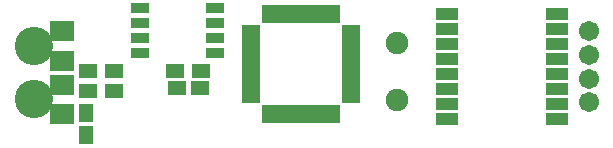
<source format=gts>
%TF.GenerationSoftware,KiCad,Pcbnew,4.0.7*%
%TF.CreationDate,2017-12-11T19:35:04+01:00*%
%TF.ProjectId,usb2rs485,7573623272733438352E6B696361645F,1*%
%TF.FileFunction,Soldermask,Top*%
%FSLAX46Y46*%
G04 Gerber Fmt 4.6, Leading zero omitted, Abs format (unit mm)*
G04 Created by KiCad (PCBNEW 4.0.7) date Mon Dec 11 19:35:04 2017*
%MOMM*%
%LPD*%
G01*
G04 APERTURE LIST*
%ADD10C,0.100000*%
%ADD11R,1.600000X1.150000*%
%ADD12R,1.150000X1.600000*%
%ADD13R,1.600000X1.300000*%
%ADD14R,1.543000X0.908000*%
%ADD15R,1.600000X1.000000*%
%ADD16R,1.000000X1.600000*%
%ADD17R,1.900000X1.000000*%
%ADD18C,3.250000*%
%ADD19R,2.100000X1.700000*%
%ADD20C,1.708000*%
%ADD21C,1.900000*%
G04 APERTURE END LIST*
D10*
D11*
X137983000Y-113030000D03*
X136083000Y-113030000D03*
D12*
X128397000Y-115128000D03*
X128397000Y-117028000D03*
D13*
X138133000Y-111633000D03*
X135933000Y-111633000D03*
X130767000Y-111633000D03*
X128567000Y-111633000D03*
X130767000Y-113284000D03*
X128567000Y-113284000D03*
D14*
X132969000Y-110109000D03*
X132969000Y-108839000D03*
X132969000Y-107569000D03*
X132969000Y-106299000D03*
X139319000Y-106299000D03*
X139319000Y-107569000D03*
X139319000Y-108839000D03*
X139319000Y-110109000D03*
D15*
X142308000Y-108198000D03*
X142308000Y-108998000D03*
X142308000Y-109798000D03*
X142308000Y-110598000D03*
X142308000Y-111398000D03*
X142308000Y-112198000D03*
X142308000Y-112998000D03*
X142308000Y-113798000D03*
D16*
X143758000Y-115248000D03*
X144558000Y-115248000D03*
X145358000Y-115248000D03*
X146158000Y-115248000D03*
X146958000Y-115248000D03*
X147758000Y-115248000D03*
X148558000Y-115248000D03*
X149358000Y-115248000D03*
D15*
X150808000Y-113798000D03*
X150808000Y-112998000D03*
X150808000Y-112198000D03*
X150808000Y-111398000D03*
X150808000Y-110598000D03*
X150808000Y-109798000D03*
X150808000Y-108998000D03*
X150808000Y-108198000D03*
D16*
X149358000Y-106748000D03*
X148558000Y-106748000D03*
X147758000Y-106748000D03*
X146958000Y-106748000D03*
X146158000Y-106748000D03*
X145358000Y-106748000D03*
X144558000Y-106748000D03*
X143758000Y-106748000D03*
D17*
X158926000Y-106807000D03*
X158926000Y-108077000D03*
X158926000Y-109347000D03*
X158926000Y-110617000D03*
X158926000Y-111887000D03*
X158926000Y-113157000D03*
X158926000Y-114427000D03*
X158926000Y-115697000D03*
X168226000Y-115697000D03*
X168226000Y-114427000D03*
X168226000Y-113157000D03*
X168226000Y-111887000D03*
X168226000Y-110617000D03*
X168226000Y-109347000D03*
X168226000Y-108077000D03*
X168226000Y-106807000D03*
D18*
X123952000Y-114010000D03*
X123952000Y-109510000D03*
D19*
X126302000Y-112760000D03*
X126302000Y-110760000D03*
X126302000Y-115260000D03*
X126302000Y-108260000D03*
D20*
X170942000Y-114252000D03*
X170942000Y-112252000D03*
X170942000Y-110252000D03*
X170942000Y-108252000D03*
D21*
X154686000Y-109220000D03*
X154686000Y-114100000D03*
M02*

</source>
